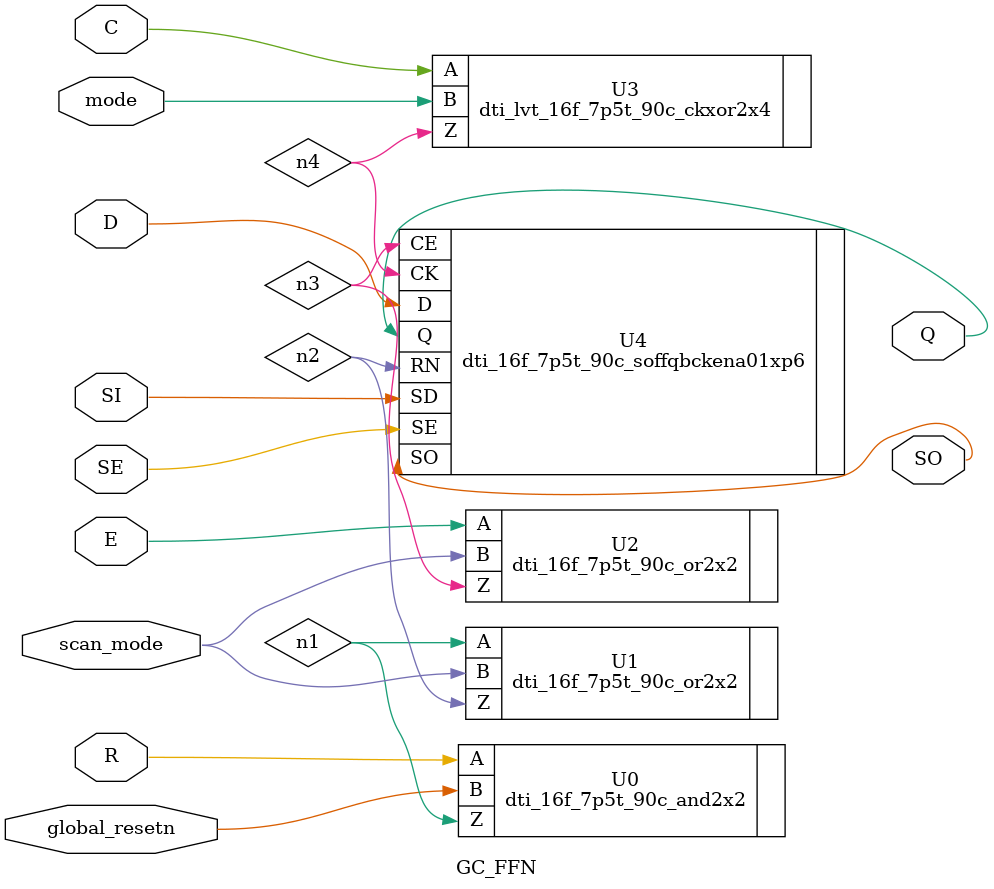
<source format=v>

module GC_FFN ( D, R, E, Q, SI, SO, SE, C , global_resetn, scan_mode, mode);
  input D, R, E, SI, SE, C, global_resetn, scan_mode, mode;
  output Q, SO;
    wire n1, n2, n3, n4;
    dti_16f_7p5t_90c_and2x2 U0(.Z(n1), .A(R), .B(global_resetn));
    dti_16f_7p5t_90c_or2x2 U1(.Z(n2), .A(n1), .B(scan_mode));
    dti_16f_7p5t_90c_or2x2 U2(.Z(n3), .A(E), .B(scan_mode));
    dti_lvt_16f_7p5t_90c_ckxor2x4 U3(.Z(n4), .A(C), .B(mode));
    dti_16f_7p5t_90c_soffqbckena01xp6 U4(.Q(Q), .SO(SO), .CK(n4), .CE(n3), .D(D), .SD(SI), .SE(SE), .RN(n2));

endmodule



</source>
